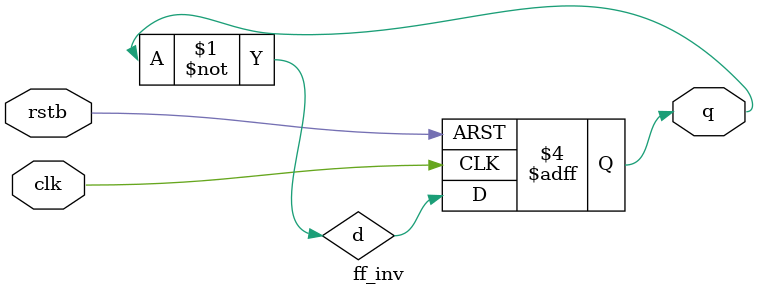
<source format=v>
`timescale 1ns / 1ps

module ff_inv(
    input clk,
    input rstb,
    output reg q
);
    wire d;
    assign d = ~q;

    always @(posedge clk, negedge rstb) begin
        if(!rstb) begin
            q<=0;
        end else begin
            q<=d;
        end
    end


endmodule

</source>
